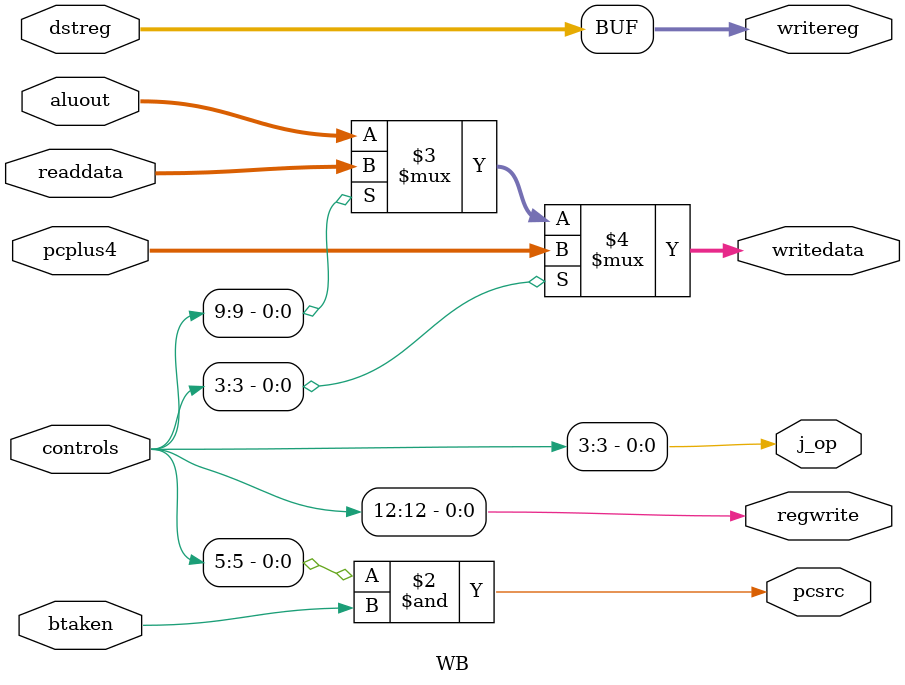
<source format=v>
`define DATFILE "memfile.dat"

module PipeV (clk, reset, memwrite, writedata, dataaddr, pc, reg_5);
    input clk, reset;
    output memwrite;
    output [31:0] writedata, dataaddr, pc, reg_5;
    reg [2:0] Tstep_Q, Tstep_D;
    parameter
        T_IF = 3'b000,
        T_ID = 3'b001,
        T_EX = 3'b010,
        T_MEM = 3'b011,
        T_WB = 3'b100;

    // use pll as a clock when using Intel Quartus Prime

    // -- for the output --
    assign memwrite = EX_ctrlsout[10];
    assign writedata = EX_writedata;
    assign dataaddr = EX_aluout;
    assign pc = IF_pc;
    
    // -- reg for IF --
    reg IF_pcsrc, IF_j_op;
    reg IF_pcflag; // Disable this line when using Pipeline
    reg [31:0] IF_pcbranch;
    wire [31:0] IF_pc;
    wire [31:0] IF_pcplus4, IF_instr;

    // -- reg for ID --
    reg ID_regwrite;
    reg [4:0] ID_writereg;
    reg [31:0] ID_instr, ID_writedata, ID_pcin, ID_pcplus4in;
    wire [3:0] ID_alucontrol;
    wire [4:0] ID_dstreg;
    wire [12:0] ID_controls;
    wire [31:0] ID_rsrca, ID_rsrcb, ID_immextv, ID_pcout, ID_pcplus4out;

    // -- reg for EX --
    reg [3:0] EX_alucontrol;
    reg [4:0] EX_dstregin;
    reg [12:0] EX_controls;
    reg [31:0] EX_pcplus4in, EX_pc, EX_rsrca, EX_rsrcb, EX_immextv;
    wire EX_btaken;
    wire [4:0] EX_dstregout;
    wire [12:0] EX_ctrlsout;
    wire [31:0] EX_pcplus4out, EX_pcbranch, EX_aluout, EX_writedata;

    // -- reg for MEM --
    reg MEM_btakenin;
    reg [4:0] MEM_dstregin;
    reg [12:0] MEM_controls;
    reg [31:0] MEM_pcplus4in, MEM_pc, MEM_dataaddr, MEM_writedata;
    wire MEM_btakenout;
    wire [4:0] MEM_dstregout;
    wire [12:0] MEM_ctrlsout;
    wire [31:0] MEM_pcplus4out, MEM_aluout, MEM_readdata;

    // -- reg for WB --
    reg WB_btaken;
    reg [4:0] WB_dstreg;
    reg [12:0] WB_controls;
    reg [31:0] WB_pcplus4, WB_aluout, WB_readdata;
    wire WB_pcsrc, WB_j_op, WB_regwrite;
    wire [4:0] WB_writereg;
    wire [31:0] WB_writedata;

    // -- modules --
    // IF IF(clk, reset, IF_pcsrc, IF_j_op, IF_pcbranch, IF_pc, IF_instr);
    IF IF(clk, reset, IF_pcsrc, IF_j_op, IF_pcflag, IF_pcbranch, IF_pc, IF_pcplus4, IF_instr); // !!!
    // ID ID(clk, ID_regwrite, ID_writereg, ID_instr, ID_writedata, ID_pcin, ID_pcplus4in,
    //     ID_alucontrol, ID_dstreg, ID_controls, ID_rsrca, ID_rsrcb, ID_immextv, ID_pcout, ID_pcplus4out);
    ID ID(clk, ID_regwrite, ID_writereg, ID_instr, ID_writedata, ID_pcin, ID_pcplus4in,
        ID_alucontrol, ID_dstreg, ID_controls, ID_rsrca, ID_rsrcb, ID_immextv, ID_pcout, ID_pcplus4out, reg_5); // !!!
    EX EX(EX_alucontrol, EX_dstregin, EX_controls, EX_pcplus4in, EX_pc, EX_rsrca, EX_rsrcb, EX_immextv,
        EX_btaken, EX_dstregout, EX_ctrlsout, EX_pcplus4out, EX_pcbranch, EX_aluout, EX_writedata);
    MEM MEM (clk, MEM_btakenin, MEM_dstregin, MEM_controls, MEM_pcplus4in, MEM_pc, MEM_dataaddr, MEM_writedata,
            MEM_btakenout, MEM_dstregout, MEM_ctrlsout, MEM_pcplus4out, MEM_aluout, MEM_readdata);
    WB WB (WB_btaken, WB_dstreg, WB_controls, WB_aluout, WB_readdata, WB_pcplus4,
            WB_pcsrc, WB_j_op, WB_regwrite, WB_writereg, WB_writedata);
    
    // -- initialization --
    initial
        begin
                IF_pcsrc        <= 1'b0;
                IF_j_op         <= 1'b0;
                IF_pcflag       <= 1'b0; // !!!
                IF_pcbranch     <= 32'b0;
                ID_regwrite     <= 1'b0;
                ID_writereg     <= 5'b0;
                ID_instr        <= 32'b0;
                ID_writedata    <= 32'b0;
                ID_pcin         <= 32'b0;
                ID_pcplus4in    <= 32'b0;
                EX_alucontrol   <= 4'b0;
                EX_dstregin     <= 5'b0;
                EX_controls     <= 13'b0;
                EX_pcplus4in    <= 32'b0;
                EX_pc           <= 32'b0;
                EX_rsrca        <= 32'b0;
                EX_rsrcb        <= 32'b0;
                EX_immextv      <= 32'b0;
                MEM_btakenin    <= 1'b0;
                MEM_dstregin    <= 5'b0;
                MEM_controls    <= 13'b0;
                MEM_pcplus4in   <= 32'b0;
                MEM_pc          <= 32'b0;
                MEM_dataaddr    <= 32'b0;
                MEM_writedata   <= 32'b0;
                WB_btaken       <= 1'b0;
                WB_dstreg       <= 5'b0;
                WB_controls     <= 13'b0;
                WB_pcplus4      <= 32'b0;
                WB_aluout       <= 32'b0;
                WB_readdata     <= 32'b0;
        end

    // -- State Machine --
    always @ (posedge clk) 
        begin
            if (reset)
                begin
                    Tstep_Q <= T_IF;
                end
            else
                begin
                    // Control FSM state table
                    case (Tstep_Q)
                        T_IF:
                            begin
                                IF_pcsrc <= WB_pcsrc;
                                IF_j_op <= WB_j_op;
                                IF_pcbranch <= EX_pcbranch;
                                IF_pcflag <= 1'b0; // !!!
                                Tstep_D = T_ID;
                            end
                        T_ID:
                            begin
                                ID_pcin <= IF_pc;
                                ID_pcplus4in <= IF_pcplus4;
                                ID_instr <= IF_instr;
                                ID_writereg <= WB_writereg;
                                ID_writedata <= WB_writedata;
                                ID_regwrite <= WB_regwrite;
                                Tstep_D = T_EX;
                            end
                        T_EX:
                            begin
                                EX_pcplus4in <= ID_pcplus4out;
                                EX_pc <= ID_pcout;
                                EX_rsrca <= ID_rsrca;
                                EX_rsrcb <= ID_rsrcb;
                                EX_immextv <= ID_immextv;
                                EX_alucontrol <= ID_alucontrol;
                                EX_controls <= ID_controls;
                                EX_dstregin <= ID_dstreg;
                                Tstep_D = T_MEM;
                            end
                        T_MEM:
                            begin
                                MEM_pcplus4in <= EX_pcplus4out;
                                MEM_pc <= EX_pc;
                                MEM_btakenin <= EX_btaken;
                                MEM_dataaddr <= EX_aluout;
                                MEM_writedata <= EX_writedata;
                                MEM_controls <= EX_ctrlsout;
                                MEM_dstregin <= EX_dstregout;
                                Tstep_D = T_WB;
                            end
                        T_WB:
                            begin
                                WB_pcplus4 <= MEM_pcplus4out;
                                WB_btaken <= MEM_btakenout;
                                WB_aluout <= MEM_aluout;
                                WB_readdata <= MEM_readdata;
                                WB_controls <= MEM_ctrlsout;
                                WB_dstreg <= MEM_dstregout;
                                IF_pcflag <= 1'b1; // !!!
                                Tstep_D = T_IF;
                            end
                    endcase
                    Tstep_Q <= Tstep_D;
                end
        end
endmodule
// --- PipeV end ---

// --- IF(Instruction Fetch) start ---
module IF (clk, reset, pcsrc, j_op, pcflag, pcbranch, pc, pcplus4, instr);
    input clk, reset, pcsrc, j_op;
    input pcflag; // Disable this line when using Pipeline
    input [31:0] pcbranch;
    output reg [31:0] pc;
    output [31:0] pcplus4, instr;

    wire [31:0] pcnext;

    // assign pcplus4 = pc + 32'b100; // Enable this line when using Pipeline
    assign pcplus4 = pcflag ? (pc + 32'b100) : pc; // Disable this line when using Pipeline
    assign pcnext = (pcsrc|j_op) ? pcbranch : pcplus4;
    always @ (negedge clk)
        if (reset) pc <= 32'b0;
        else pc <= pcnext;
    // imem imem (pc[7:2], instr);
    assign instr = 32'h00178793; // addi a5,a5,1
endmodule

/*
module imem (pc, instr);
    input [5:0] pc;
    output [31:0] instr;

    reg [31:0] RAM [0:63];
    
    initial
        begin
	        $readmemh (`DATFILE, RAM);
        end
    assign instr = RAM[pc];
endmodule
*/
// --- IF(Instruction Fetch) end ---

// --- ID(Instruction Decode) start ---
module ID (clk, regwrite, writereg, instr, writedata, pcin, pcplus4in,
        alucontrol, dstreg, controls, rsrca, rsrcb, immextv, pcout, pcplus4out, reg_5);
    input clk, regwrite;
    input [4:0] writereg;
    input [31:0] instr, writedata, pcin, pcplus4in;
    output [3:0] alucontrol;
    output [4:0] dstreg;
    output [12:0] controls;
    output [31:0] rsrca, rsrcb, immextv, pcout, pcplus4out;
    output [31:0] reg_5; // for checking the output

    assign reg_5 = regfile[15];
    
    // 32x32 registers
    reg [31:0] regfile [31:0];
    integer i;
    initial
        begin
            for(i = 0; i < 32; i = i + 1) regfile[i] = 32'b0;
        end

    // instr[19:15]=rs1, instr[24:20]=rs2, instr[11:7]=rd
    assign rsrca = (instr[19:15] != 0) ? regfile[instr[19:15]] : 0;
    assign rsrcb = (instr[24:20] != 0) ? regfile[instr[24:20]] : 0;
    always @ (negedge clk)
        if (regwrite) regfile[writereg] <= writedata;
    assign dstreg = instr[11:7];
    assign pcplus4out = pcplus4in;
    assign pcout = pcin;
    maindec maindec (instr[6:0], controls);
    immext immext (controls[7:3], instr, immextv);
    aludec aludec (controls[8], instr[14:12], controls[2:0], instr[31:25], alucontrol);
endmodule

module maindec (opcode, controls);
    input [6:0] opcode;
    output reg [12:0] controls;
        
    // controls = {regwrite, alusrc, memwrite, memtoreg, r_op, immtype[4:0], aluop[2:0]}
    // immtype[4:0] = {i_op, s_op, b_op, u_op, j_op}
    always @ (*)
        case (opcode)
            7'b0110011: controls <= 13'b1000100000100; // R-type
            7'b0010011: controls <= 13'b1100010000101; // I-type
            7'b1100011: controls <= 13'b0000000100110; // B-type
            7'b0000011: controls <= 13'b1101010000111; // LW
            7'b0100011: controls <= 13'b0110001000111; // SW
            7'b0110111: controls <= 13'b1100000010011; // LUI
            7'b1101111: controls <= 13'b1000000001000; // JAL
            // jalr, auipc, ecall, ebreak are not applied.
            default:    controls <= 13'bxxxxxxxxxxxxx;
        endcase
endmodule

module immext (immtype, instr, immextv);
    input [4:0] immtype;
    input [31:0] instr;
    output reg [31:0] immextv;
    
    always @ (*)
        case (immtype)
            5'b10000: immextv <= { {20{instr[31]}}, instr[31:20] }; // I-type
            5'b01000: immextv <= { {20{instr[31]}}, instr[31:25], instr[11:7] }; // S-type
            5'b00100: immextv <= { {19{instr[31]}}, instr[31], instr[7], instr[30:25], instr[11:8], 1'b0 }; // B-type
            5'b00010: immextv <= { instr[31:12], 12'b0 }; // U-type
            5'b00001: immextv <= { {11{instr[31]}}, instr[31], instr[19:12], instr[20], instr[30:21], 1'b0 }; // J-type
            default: immextv <= 'hx;
        endcase // case (immtpe)
endmodule

module aludec (r_op, funct3, aluop, funct7, alucontrol);
    input r_op;
    input [2:0] funct3, aluop;
    input [6:0]  funct7;
    output reg [3:0] alucontrol;

    wire exf7;
    assign exf7 = (r_op & ((funct7 == 7'b0100000 ) ? 1'b1 : ((funct7 == 7'b0000000 ) ? 1'b0 : 1'bx)));
    
    always @ (*)
        case (aluop)
            3'b000: alucontrol <= 4'b0000; // addition, JAL
            3'b011: alucontrol <= 4'b0110; // or, LUI
            3'b100: alucontrol <= {exf7, funct3}; // R-type
            3'b101: alucontrol <= {1'b0, funct3}; // I-type
            3'b110: alucontrol <= {1'b0, funct3}; // B-type
            3'b111: case (funct3) // L-type or S-type
                        3'b010: alucontrol <= 4'b0000; // LW or SW
                        default: alucontrol <= 4'bxxxx;
                    endcase
            default: alucontrol <= 4'bxxxx;
        endcase
endmodule
// --- ID(Instruction Decode) end ---

// --- EX(Execution) start ---
module EX (alucontrol, dstregin, controls, pcplus4in, pc, rsrca, rsrcb, immextv,
        btaken, dstregout, ctrlsout, pcplus4out, pcbranch, aluout, writedata);
    input [3:0] alucontrol;
    input [4:0] dstregin;
    input [12:0] controls;
    input [31:0] pcplus4in, pc, rsrca, rsrcb, immextv;
    output btaken;
    output [4:0] dstregout;
    output [12:0] ctrlsout;
    output [31:0] pcplus4out, pcbranch, aluout, writedata;

    wire u_op, alusrc;
    wire [31:0] srca, srcb;

    assign pcbranch = pc + immextv;
    assign u_op = controls[4];
    assign srca = u_op ? 32'h0 : rsrca;
    assign alusrc = controls[11];
    assign srcb = alusrc ? immextv : rsrcb;
    alu alu (alucontrol, srca, srcb, btaken, aluout);
    assign pcplus4out = pcplus4in;
    assign writedata = rsrcb;
    assign dstregout = dstregin;
    assign ctrlsout = controls;
endmodule

module alu (alucontrol, srca, srcb, btaken, aluout);
    input [3:0] alucontrol;
    input [31:0] srca;
    input [31:0] srcb;
    output reg btaken;
    output reg [31:0] aluout;

    always @ (*)
        begin
        // Latter 3bits of alucontrol is from funct3.
        case (alucontrol)
            4'b0000: aluout <= srca + srcb;
            4'b1000: aluout <= srca - srcb;
            4'b0010: aluout <= $signed(srca) < $signed(srcb);
            4'b0110: aluout <= srca | srcb;
            4'b0111: aluout <= srca & srcb;
            // -------
            4'b0100: aluout <= srca ^ srcb;
            4'b0001: aluout <= srca << srcb;
            4'b0101: aluout <= srca >> srcb;
            4'b1101: aluout <= srca >> srcb; // not familiar with msb-extends
            4'b0011: aluout <= srca < srcb;
        endcase
        case (alucontrol) // for conditonal branch
            4'b0000: btaken <= (srca == srcb) ? 1 : 0;
            // -------
            4'b0001: btaken <= (srca != srcb) ? 1 : 0;
            4'b0100: btaken <= ($signed(srca) < $signed(srcb)) ? 1 : 0;
            4'b0101: btaken <= ($signed(srca) < $signed(srcb)) ? 0 : 1;
            4'b0110: btaken <= (srca < srcb) ? 1 : 0;
            4'b0111: btaken <= (srca < srcb) ? 0 : 1;
        endcase
        end
endmodule
// --- EX(Execution) end ---

// --- MEM(Memory Access) start ---
module MEM (clk, btakenin, dstregin, controls, pcplus4in, pc, dataaddr, writedata,
            btakenout, dstregout, ctrlsout, pcplus4out, aluout, readdata);
    input clk, btakenin;
    input [4:0] dstregin;
    input [12:0] controls;
    input [31:0] pcplus4in, pc, dataaddr, writedata;
    output btakenout;
    output [4:0] dstregout;
    output [12:0] ctrlsout;
    output [31:0] pcplus4out, aluout, readdata;

    dmem dmem (clk, controls[10], dataaddr, writedata, readdata);
    assign pcplus4out = pcplus4in;
    assign btakenout = btakenin;
    assign aluout = dataaddr;
    assign ctrlsout = controls;
    assign dstregout = dstregin;
endmodule

module dmem (clk, memwrite, dataaddr, writedata, readdata);
    input  clk, memwrite;
    input  [31:0] dataaddr, writedata;
    output [31:0] readdata;

    reg [31:0] RAM [0:63];
    assign readdata = RAM[dataaddr[31:2]];
    always @ (negedge clk)
    if (memwrite)
        RAM[dataaddr[31:2]] <= writedata;

    initial
        begin
	        $readmemh (`DATFILE, RAM);
        end
endmodule
// --- MEM(Memory Access) end ---

// --- WB(Write Back) start ---
module WB (btaken, dstreg, controls, aluout, readdata, pcplus4,
            pcsrc, j_op, regwrite, writereg, writedata);
    input btaken;
    input [4:0] dstreg;
    input [12:0] controls;
    input [31:0] pcplus4, aluout, readdata;
    output pcsrc, j_op, regwrite;
    output [4:0] writereg; 
    output [31:0] writedata;

    assign pcsrc = controls[5] & btaken;
    assign j_op = controls[3];
    assign regwrite = controls[12];
    assign writereg = dstreg;
    assign writedata = controls[3] ? pcplus4 : (controls[9] ? readdata : aluout);
endmodule
// --- WB(Write Back) end ---
</source>
